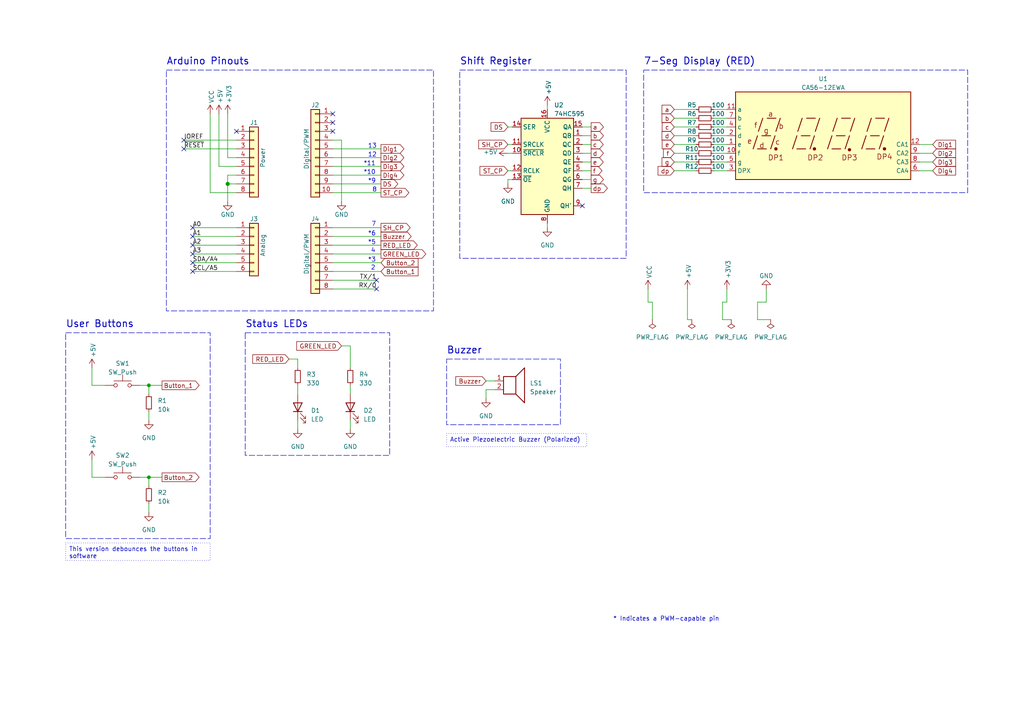
<source format=kicad_sch>
(kicad_sch (version 20230121) (generator eeschema)
  (paper "A4")
  (title_block (title "Arduino Uno Shield") (date "2023-03-22") (rev "1.0"))
  (lib_symbols
    (symbol "74xx:74HC595"
      (property "Reference" "U" (at -7.62 13.97 0))
      (property "Value" "74HC595" (at -7.62 -16.51 0))
      (symbol "74HC595_1_0"
        (pin tri_state line (at 10.16 7.62 180) (length 2.54) (name "QB") (number "1"))
        (pin input line (at -10.16 2.54 0) (length 2.54) (name "~{SRCLR}") (number "10"))
        (pin input line (at -10.16 5.08 0) (length 2.54) (name "SRCLK") (number "11"))
        (pin input line (at -10.16 -2.54 0) (length 2.54) (name "RCLK") (number "12"))
        (pin input line (at -10.16 -5.08 0) (length 2.54) (name "~{OE}") (number "13"))
        (pin input line (at -10.16 10.16 0) (length 2.54) (name "SER") (number "14"))
        (pin tri_state line (at 10.16 10.16 180) (length 2.54) (name "QA") (number "15"))
        (pin power_in line (at 0 15.24 270) (length 2.54) (name "VCC") (number "16"))
        (pin tri_state line (at 10.16 5.08 180) (length 2.54) (name "QC") (number "2"))
        (pin tri_state line (at 10.16 2.54 180) (length 2.54) (name "QD") (number "3"))
        (pin tri_state line (at 10.16 0 180) (length 2.54) (name "QE") (number "4"))
        (pin tri_state line (at 10.16 -2.54 180) (length 2.54) (name "QF") (number "5"))
        (pin tri_state line (at 10.16 -5.08 180) (length 2.54) (name "QG") (number "6"))
        (pin tri_state line (at 10.16 -7.62 180) (length 2.54) (name "QH") (number "7"))
        (pin power_in line (at 0 -17.78 90) (length 2.54) (name "GND") (number "8"))
        (pin output line (at 10.16 -12.7 180) (length 2.54) (name "QH'") (number "9"))
      )
      (symbol "74HC595_1_1"
        (rectangle (start -7.62 12.7) (end 7.62 -15.24) (stroke (width 0.254)) (fill (type background)))
      )
    )
    (symbol "Connector_Generic:Conn_01x06" (pin_names (offset 1.016) hide)
      (property "Reference" "J" (at 0 7.62 0))
      (property "Value" "Conn_01x06" (at 0 -10.16 0))
      (symbol "Conn_01x06_1_1"
        (rectangle (start -1.27 -7.493) (end 0 -7.747) (stroke (width 0.1524)))
        (rectangle (start -1.27 -4.953) (end 0 -5.207) (stroke (width 0.1524)))
        (rectangle (start -1.27 -2.413) (end 0 -2.667) (stroke (width 0.1524)))
        (rectangle (start -1.27 0.127) (end 0 -0.127) (stroke (width 0.1524)))
        (rectangle (start -1.27 2.667) (end 0 2.413) (stroke (width 0.1524)))
        (rectangle (start -1.27 5.207) (end 0 4.953) (stroke (width 0.1524)))
        (rectangle (start -1.27 6.35) (end 1.27 -8.89) (stroke (width 0.254)) (fill (type background)))
        (pin passive line (at -5.08 5.08 0) (length 3.81) (name "Pin_1") (number "1"))
        (pin passive line (at -5.08 2.54 0) (length 3.81) (name "Pin_2") (number "2"))
        (pin passive line (at -5.08 0 0) (length 3.81) (name "Pin_3") (number "3"))
        (pin passive line (at -5.08 -2.54 0) (length 3.81) (name "Pin_4") (number "4"))
        (pin passive line (at -5.08 -5.08 0) (length 3.81) (name "Pin_5") (number "5"))
        (pin passive line (at -5.08 -7.62 0) (length 3.81) (name "Pin_6") (number "6"))
      )
    )
    (symbol "Connector_Generic:Conn_01x08" (pin_names (offset 1.016) hide)
      (property "Reference" "J" (at 0 10.16 0))
      (property "Value" "Conn_01x08" (at 0 -12.7 0))
      (symbol "Conn_01x08_1_1"
        (rectangle (start -1.27 -10.033) (end 0 -10.287) (stroke (width 0.1524)))
        (rectangle (start -1.27 -7.493) (end 0 -7.747) (stroke (width 0.1524)))
        (rectangle (start -1.27 -4.953) (end 0 -5.207) (stroke (width 0.1524)))
        (rectangle (start -1.27 -2.413) (end 0 -2.667) (stroke (width 0.1524)))
        (rectangle (start -1.27 0.127) (end 0 -0.127) (stroke (width 0.1524)))
        (rectangle (start -1.27 2.667) (end 0 2.413) (stroke (width 0.1524)))
        (rectangle (start -1.27 5.207) (end 0 4.953) (stroke (width 0.1524)))
        (rectangle (start -1.27 7.747) (end 0 7.493) (stroke (width 0.1524)))
        (rectangle (start -1.27 8.89) (end 1.27 -11.43) (stroke (width 0.254)) (fill (type background)))
        (pin passive line (at -5.08 7.62 0) (length 3.81) (name "Pin_1") (number "1"))
        (pin passive line (at -5.08 5.08 0) (length 3.81) (name "Pin_2") (number "2"))
        (pin passive line (at -5.08 2.54 0) (length 3.81) (name "Pin_3") (number "3"))
        (pin passive line (at -5.08 0 0) (length 3.81) (name "Pin_4") (number "4"))
        (pin passive line (at -5.08 -2.54 0) (length 3.81) (name "Pin_5") (number "5"))
        (pin passive line (at -5.08 -5.08 0) (length 3.81) (name "Pin_6") (number "6"))
        (pin passive line (at -5.08 -7.62 0) (length 3.81) (name "Pin_7") (number "7"))
        (pin passive line (at -5.08 -10.16 0) (length 3.81) (name "Pin_8") (number "8"))
      )
    )
    (symbol "Connector_Generic:Conn_01x10" (pin_names (offset 1.016) hide)
      (property "Reference" "J" (at 0 12.7 0))
      (property "Value" "Conn_01x10" (at 0 -15.24 0))
      (symbol "Conn_01x10_1_1"
        (rectangle (start -1.27 -12.573) (end 0 -12.827) (stroke (width 0.1524)))
        (rectangle (start -1.27 -10.033) (end 0 -10.287) (stroke (width 0.1524)))
        (rectangle (start -1.27 -7.493) (end 0 -7.747) (stroke (width 0.1524)))
        (rectangle (start -1.27 -4.953) (end 0 -5.207) (stroke (width 0.1524)))
        (rectangle (start -1.27 -2.413) (end 0 -2.667) (stroke (width 0.1524)))
        (rectangle (start -1.27 0.127) (end 0 -0.127) (stroke (width 0.1524)))
        (rectangle (start -1.27 2.667) (end 0 2.413) (stroke (width 0.1524)))
        (rectangle (start -1.27 5.207) (end 0 4.953) (stroke (width 0.1524)))
        (rectangle (start -1.27 7.747) (end 0 7.493) (stroke (width 0.1524)))
        (rectangle (start -1.27 10.287) (end 0 10.033) (stroke (width 0.1524)))
        (rectangle (start -1.27 11.43) (end 1.27 -13.97) (stroke (width 0.254)) (fill (type background)))
        (pin passive line (at -5.08 10.16 0) (length 3.81) (name "Pin_1") (number "1"))
        (pin passive line (at -5.08 -12.7 0) (length 3.81) (name "Pin_10") (number "10"))
        (pin passive line (at -5.08 7.62 0) (length 3.81) (name "Pin_2") (number "2"))
        (pin passive line (at -5.08 5.08 0) (length 3.81) (name "Pin_3") (number "3"))
        (pin passive line (at -5.08 2.54 0) (length 3.81) (name "Pin_4") (number "4"))
        (pin passive line (at -5.08 0 0) (length 3.81) (name "Pin_5") (number "5"))
        (pin passive line (at -5.08 -2.54 0) (length 3.81) (name "Pin_6") (number "6"))
        (pin passive line (at -5.08 -5.08 0) (length 3.81) (name "Pin_7") (number "7"))
        (pin passive line (at -5.08 -7.62 0) (length 3.81) (name "Pin_8") (number "8"))
        (pin passive line (at -5.08 -10.16 0) (length 3.81) (name "Pin_9") (number "9"))
      )
    )
    (symbol "Device:LED" (pin_numbers hide) (pin_names (offset 1.016) hide)
      (property "Reference" "D" (at 0 2.54 0))
      (property "Value" "LED" (at 0 -2.54 0))
      (symbol "LED_0_1"
        (polyline (pts (xy -1.27 -1.27) (xy -1.27 1.27)) (stroke (width 0.254)))
        (polyline (pts (xy -1.27 0) (xy 1.27 0)))
        (polyline (pts (xy 1.27 -1.27) (xy 1.27 1.27) (xy -1.27 0) (xy 1.27 -1.27)) (stroke (width 0.254)))
        (polyline (pts (xy -3.048 -0.762) (xy -4.572 -2.286) (xy -3.81 -2.286) (xy -4.572 -2.286) (xy -4.572 -1.524)))
        (polyline (pts (xy -1.778 -0.762) (xy -3.302 -2.286) (xy -2.54 -2.286) (xy -3.302 -2.286) (xy -3.302 -1.524)))
      )
      (symbol "LED_1_1"
        (pin passive line (at -3.81 0 0) (length 2.54) (name "K") (number "1"))
        (pin passive line (at 3.81 0 180) (length 2.54) (name "A") (number "2"))
      )
    )
    (symbol "Device:R_Small" (pin_numbers hide) (pin_names (offset 0.254) hide)
      (property "Reference" "R" (at 0.762 0.508 0))
      (property "Value" "R_Small" (at 0.762 -1.016 0))
      (symbol "R_Small_0_1"
        (rectangle (start -0.762 1.778) (end 0.762 -1.778) (stroke (width 0.2032)))
      )
      (symbol "R_Small_1_1"
        (pin passive line (at 0 2.54 270) (length 0.762) (name "~") (number "1"))
        (pin passive line (at 0 -2.54 90) (length 0.762) (name "~") (number "2"))
      )
    )
    (symbol "Device:Speaker" (pin_names (offset 0) hide)
      (property "Reference" "LS" (at 1.27 5.715 0))
      (property "Value" "Speaker" (at 1.27 3.81 0))
      (symbol "Speaker_0_0"
        (rectangle (start -2.54 1.27) (end 1.016 -3.81) (stroke (width 0.254)))
        (polyline (pts (xy 1.016 1.27) (xy 3.556 3.81) (xy 3.556 -6.35) (xy 1.016 -3.81)) (stroke (width 0.254)))
      )
      (symbol "Speaker_1_1"
        (pin input line (at -5.08 0 0) (length 2.54) (name "1") (number "1"))
        (pin input line (at -5.08 -2.54 0) (length 2.54) (name "2") (number "2"))
      )
    )
    (symbol "Display_Character:CA56-12EWA"
      (property "Reference" "U" (at -24.13 13.97 0))
      (property "Value" "CA56-12EWA" (at 19.05 13.97 0))
      (symbol "CA56-12EWA_0_0"
        (rectangle (start -25.4 12.7) (end 25.4 -12.7) (stroke (width 0.254)) (fill (type background)))
        (polyline (pts (xy -20.32 -3.81) (xy -19.05 0)) (stroke (width 0.254)))
        (polyline (pts (xy -19.05 -3.81) (xy -16.51 -3.81)) (stroke (width 0.254)))
        (polyline (pts (xy -18.796 1.27) (xy -17.526 5.08)) (stroke (width 0.254)))
        (polyline (pts (xy -17.78 0) (xy -15.24 0)) (stroke (width 0.254)))
        (polyline (pts (xy -16.256 5.08) (xy -13.716 5.08)) (stroke (width 0.254)))
        (polyline (pts (xy -15.24 -3.81) (xy -13.97 0)) (stroke (width 0.254)))
        (polyline (pts (xy -13.716 1.27) (xy -12.446 5.08)) (stroke (width 0.254)))
        (polyline (pts (xy -8.89 -3.81) (xy -7.62 0)) (stroke (width 0.254)))
        (polyline (pts (xy -7.62 -3.81) (xy -5.08 -3.81)) (stroke (width 0.254)))
        (polyline (pts (xy -7.366 1.27) (xy -6.096 5.08)) (stroke (width 0.254)))
        (polyline (pts (xy -6.35 0) (xy -3.81 0)) (stroke (width 0.254)))
        (polyline (pts (xy -4.826 5.08) (xy -2.286 5.08)) (stroke (width 0.254)))
        (polyline (pts (xy -3.81 -3.81) (xy -2.54 0)) (stroke (width 0.254)))
        (polyline (pts (xy -2.286 1.27) (xy -1.016 5.08)) (stroke (width 0.254)))
        (polyline (pts (xy 1.27 -3.81) (xy 2.54 0)) (stroke (width 0.254)))
        (polyline (pts (xy 2.54 -3.81) (xy 5.08 -3.81)) (stroke (width 0.254)))
        (polyline (pts (xy 2.794 1.27) (xy 4.064 5.08)) (stroke (width 0.254)))
        (polyline (pts (xy 3.81 0) (xy 6.35 0)) (stroke (width 0.254)))
        (polyline (pts (xy 5.334 5.08) (xy 7.874 5.08)) (stroke (width 0.254)))
        (polyline (pts (xy 6.35 -3.81) (xy 7.62 0)) (stroke (width 0.254)))
        (polyline (pts (xy 7.874 1.27) (xy 9.144 5.08)) (stroke (width 0.254)))
        (polyline (pts (xy 11.176 -3.81) (xy 12.446 0)) (stroke (width 0.254)))
        (polyline (pts (xy 12.446 -3.81) (xy 14.986 -3.81)) (stroke (width 0.254)))
        (polyline (pts (xy 12.7 1.27) (xy 13.97 5.08)) (stroke (width 0.254)))
        (polyline (pts (xy 13.716 0) (xy 16.256 0)) (stroke (width 0.254)))
        (polyline (pts (xy 15.24 5.08) (xy 17.78 5.08)) (stroke (width 0.254)))
        (polyline (pts (xy 16.256 -3.81) (xy 17.526 0)) (stroke (width 0.254)))
        (polyline (pts (xy 17.78 1.27) (xy 19.05 5.08)) (stroke (width 0.254)))
        (text "a" (at -15.24 6.35 0) (effects (font (size 1.524 1.524))))
        (text "b" (at -12.192 2.794 0) (effects (font (size 1.524 1.524))))
        (text "c" (at -13.208 -1.778 0) (effects (font (size 1.524 1.524))))
        (text "d" (at -17.78 -2.794 0) (effects (font (size 1.524 1.524))))
        (text "DP1" (at -13.716 -6.35 0) (effects (font (size 1.524 1.524))))
        (text "DP2" (at -2.286 -6.35 0) (effects (font (size 1.524 1.524))))
        (text "DP3" (at 7.62 -6.35 0) (effects (font (size 1.524 1.524))))
        (text "DP4" (at 17.78 -6.096 0) (effects (font (size 1.524 1.524))))
        (text "e" (at -21.336 -1.524 0) (effects (font (size 1.524 1.524))))
        (text "f" (at -19.558 3.048 0) (effects (font (size 1.524 1.524))))
        (text "g" (at -16.51 1.524 0) (effects (font (size 1.524 1.524))))
      )
      (symbol "CA56-12EWA_0_1"
        (circle (center -13.716 -3.81) (radius 0.3556) (stroke (width 0.254)) (fill (type outline)))
        (circle (center -2.54 -3.81) (radius 0.3556) (stroke (width 0.254)) (fill (type outline)))
      )
      (symbol "CA56-12EWA_1_0"
        (circle (center 7.62 -4.064) (radius 0.3556) (stroke (width 0.254)) (fill (type outline)))
        (circle (center 17.78 -3.81) (radius 0.3556) (stroke (width 0.254)) (fill (type outline)))
      )
      (symbol "CA56-12EWA_1_1"
        (pin input line (at -27.94 -2.54 0) (length 2.54) (name "e") (number "1"))
        (pin input line (at -27.94 -5.08 0) (length 2.54) (name "f") (number "10"))
        (pin input line (at -27.94 7.62 0) (length 2.54) (name "a") (number "11"))
        (pin input line (at 27.94 -2.54 180) (length 2.54) (name "CA1") (number "12"))
        (pin input line (at -27.94 0 0) (length 2.54) (name "d") (number "2"))
        (pin input line (at -27.94 -10.16 0) (length 2.54) (name "DPX") (number "3"))
        (pin input line (at -27.94 2.54 0) (length 2.54) (name "c") (number "4"))
        (pin input line (at -27.94 -7.62 0) (length 2.54) (name "g") (number "5"))
        (pin input line (at 27.94 -10.16 180) (length 2.54) (name "CA4") (number "6"))
        (pin input line (at -27.94 5.08 0) (length 2.54) (name "b") (number "7"))
        (pin input line (at 27.94 -7.62 180) (length 2.54) (name "CA3") (number "8"))
        (pin input line (at 27.94 -5.08 180) (length 2.54) (name "CA2") (number "9"))
      )
    )
    (symbol "GND_1" (power) (pin_names (offset 0))
      (property "Value" "GND_1" (at 0 -3.81 0))
      (symbol "GND_1_0_1"
        (polyline (pts (xy 0 0) (xy 0 -1.27) (xy 1.27 -1.27) (xy 0 -2.54) (xy -1.27 -1.27) (xy 0 -1.27)))
      )
      (symbol "GND_1_1_1"
        (pin power_in line (at 0 0 270) (length 0) hide (name "GND") (number "1"))
      )
    )
    (symbol "GND_2" (power) (pin_names (offset 0))
      (property "Value" "GND_2" (at 0 -3.81 0))
      (symbol "GND_2_0_1"
        (polyline (pts (xy 0 0) (xy 0 -1.27) (xy 1.27 -1.27) (xy 0 -2.54) (xy -1.27 -1.27) (xy 0 -1.27)))
      )
      (symbol "GND_2_1_1"
        (pin power_in line (at 0 0 270) (length 0) hide (name "GND") (number "1"))
      )
    )
    (symbol "GND_3" (power) (pin_names (offset 0))
      (property "Value" "GND_3" (at 0 -3.81 0))
      (symbol "GND_3_0_1"
        (polyline (pts (xy 0 0) (xy 0 -1.27) (xy 1.27 -1.27) (xy 0 -2.54) (xy -1.27 -1.27) (xy 0 -1.27)))
      )
      (symbol "GND_3_1_1"
        (pin power_in line (at 0 0 270) (length 0) hide (name "GND") (number "1"))
      )
    )
    (symbol "Switch:SW_Push" (pin_numbers hide) (pin_names (offset 1.016) hide)
      (property "Reference" "SW" (at 1.27 2.54 0))
      (property "Value" "SW_Push" (at 0 -1.524 0))
      (symbol "SW_Push_0_1"
        (circle (center -2.032 0) (radius 0.508))
        (polyline (pts (xy 0 1.27) (xy 0 3.048)))
        (polyline (pts (xy 2.54 1.27) (xy -2.54 1.27)))
        (circle (center 2.032 0) (radius 0.508))
        (pin passive line (at -5.08 0 0) (length 2.54) (name "1") (number "1"))
        (pin passive line (at 5.08 0 180) (length 2.54) (name "2") (number "2"))
      )
    )
    (symbol "power:+3V3" (power) (pin_names (offset 0))
      (property "Value" "+3V3" (at 0 3.556 0))
      (symbol "+3V3_0_1"
        (polyline (pts (xy -0.762 1.27) (xy 0 2.54)))
        (polyline (pts (xy 0 0) (xy 0 2.54)))
        (polyline (pts (xy 0 2.54) (xy 0.762 1.27)))
      )
      (symbol "+3V3_1_1"
        (pin power_in line (at 0 0 90) (length 0) hide (name "+3V3") (number "1"))
      )
    )
    (symbol "power:+5V" (power) (pin_names (offset 0))
      (property "Value" "+5V" (at 0 3.556 0))
      (symbol "+5V_0_1"
        (polyline (pts (xy -0.762 1.27) (xy 0 2.54)))
        (polyline (pts (xy 0 0) (xy 0 2.54)))
        (polyline (pts (xy 0 2.54) (xy 0.762 1.27)))
      )
      (symbol "+5V_1_1"
        (pin power_in line (at 0 0 90) (length 0) hide (name "+5V") (number "1"))
      )
    )
    (symbol "power:GND" (power) (pin_names (offset 0))
      (property "Value" "GND" (at 0 -3.81 0))
      (symbol "GND_0_1"
        (polyline (pts (xy 0 0) (xy 0 -1.27) (xy 1.27 -1.27) (xy 0 -2.54) (xy -1.27 -1.27) (xy 0 -1.27)))
      )
      (symbol "GND_1_1"
        (pin power_in line (at 0 0 270) (length 0) hide (name "GND") (number "1"))
      )
    )
    (symbol "power:PWR_FLAG" (power) (pin_numbers hide) (pin_names (offset 0) hide)
      (property "Value" "PWR_FLAG" (at 0 3.81 0))
      (symbol "PWR_FLAG_0_0"
        (pin power_out line (at 0 0 90) (length 0) (name "pwr") (number "1"))
      )
      (symbol "PWR_FLAG_0_1"
        (polyline (pts (xy 0 0) (xy 0 1.27) (xy -1.016 1.905) (xy 0 2.54) (xy 1.016 1.905) (xy 0 1.27)))
      )
    )
    (symbol "power:VCC" (power) (pin_names (offset 0))
      (property "Value" "VCC" (at 0 3.81 0))
      (symbol "VCC_0_1"
        (polyline (pts (xy -0.762 1.27) (xy 0 2.54)))
        (polyline (pts (xy 0 0) (xy 0 2.54)))
        (polyline (pts (xy 0 2.54) (xy 0.762 1.27)))
      )
      (symbol "VCC_1_1"
        (pin power_in line (at 0 0 90) (length 0) hide (name "VCC") (number "1"))
      )
    )
  )
  (junction (at 66.04 53.34) (diameter 1.016))
  (junction (at 43.18 138.43))
  (junction (at 43.18 111.76))
  (no_connect (at 55.88 71.12))
  (no_connect (at 53.34 43.18))
  (no_connect (at 109.22 81.28))
  (no_connect (at 109.22 83.82))
  (no_connect (at 96.52 35.56))
  (no_connect (at 55.88 66.04))
  (no_connect (at 55.88 78.74))
  (no_connect (at 55.88 68.58))
  (no_connect (at 53.34 40.64))
  (no_connect (at 168.91 59.69))
  (no_connect (at 68.58 38.1))
  (no_connect (at 55.88 73.66))
  (no_connect (at 96.52 33.02))
  (no_connect (at 55.88 76.2))
  (no_connect (at 96.52 38.1))
  (wire (pts (xy 96.52 83.82) (xy 109.22 83.82)))
  (wire (pts (xy 187.96 83.82) (xy 187.96 87.63)))
  (wire (pts (xy 158.75 64.77) (xy 158.75 66.04)))
  (wire (pts (xy 96.52 50.8) (xy 110.49 50.8)))
  (wire (pts (xy 43.18 138.43) (xy 43.18 140.97)))
  (wire (pts (xy 207.01 36.83) (xy 210.82 36.83)))
  (wire (pts (xy 222.25 83.82) (xy 222.25 87.63)))
  (wire (pts (xy 66.04 50.8) (xy 66.04 53.34)))
  (wire (pts (xy 140.97 113.03) (xy 140.97 115.57)))
  (wire (pts (xy 219.71 92.71) (xy 223.52 92.71)))
  (wire (pts (xy 55.88 78.74) (xy 68.58 78.74)))
  (wire (pts (xy 168.91 36.83) (xy 171.45 36.83)))
  (wire (pts (xy 43.18 138.43) (xy 46.99 138.43)))
  (wire (pts (xy 30.48 111.76) (xy 26.67 111.76)))
  (wire (pts (xy 209.55 87.63) (xy 209.55 92.71)))
  (wire (pts (xy 43.18 111.76) (xy 43.18 114.3)))
  (wire (pts (xy 187.96 87.63) (xy 189.23 87.63)))
  (wire (pts (xy 66.04 53.34) (xy 66.04 58.42)))
  (wire (pts (xy 86.36 111.76) (xy 86.36 114.3)))
  (wire (pts (xy 66.04 45.72) (xy 68.58 45.72)))
  (wire (pts (xy 63.5 48.26) (xy 68.58 48.26)))
  (wire (pts (xy 147.32 41.91) (xy 148.59 41.91)))
  (wire (pts (xy 63.5 33.02) (xy 63.5 48.26)))
  (wire (pts (xy 199.39 83.82) (xy 199.39 92.71)))
  (wire (pts (xy 96.52 43.18) (xy 110.49 43.18)))
  (wire (pts (xy 66.04 33.02) (xy 66.04 45.72)))
  (wire (pts (xy 96.52 66.04) (xy 110.49 66.04)))
  (wire (pts (xy 195.58 36.83) (xy 201.93 36.83)))
  (wire (pts (xy 140.97 110.49) (xy 143.51 110.49)))
  (wire (pts (xy 68.58 66.04) (xy 55.88 66.04)))
  (wire (pts (xy 266.7 44.45) (xy 270.51 44.45)))
  (wire (pts (xy 96.52 45.72) (xy 110.49 45.72)))
  (wire (pts (xy 101.6 100.33) (xy 101.6 106.68)))
  (wire (pts (xy 96.52 68.58) (xy 110.49 68.58)))
  (wire (pts (xy 210.82 83.82) (xy 210.82 87.63)))
  (wire (pts (xy 210.82 87.63) (xy 209.55 87.63)))
  (wire (pts (xy 195.58 34.29) (xy 201.93 34.29)))
  (wire (pts (xy 148.59 52.07) (xy 147.32 52.07)))
  (wire (pts (xy 101.6 111.76) (xy 101.6 114.3)))
  (wire (pts (xy 195.58 41.91) (xy 201.93 41.91)))
  (wire (pts (xy 158.75 30.48) (xy 158.75 31.75)))
  (wire (pts (xy 96.52 53.34) (xy 110.49 53.34)))
  (wire (pts (xy 99.06 100.33) (xy 101.6 100.33)))
  (wire (pts (xy 96.52 73.66) (xy 110.49 73.66)))
  (wire (pts (xy 209.55 92.71) (xy 212.09 92.71)))
  (wire (pts (xy 195.58 44.45) (xy 201.93 44.45)))
  (wire (pts (xy 53.34 40.64) (xy 68.58 40.64)))
  (wire (pts (xy 147.32 36.83) (xy 148.59 36.83)))
  (wire (pts (xy 207.01 31.75) (xy 210.82 31.75)))
  (wire (pts (xy 43.18 111.76) (xy 46.99 111.76)))
  (wire (pts (xy 101.6 121.92) (xy 101.6 124.46)))
  (wire (pts (xy 168.91 49.53) (xy 171.45 49.53)))
  (wire (pts (xy 266.7 46.99) (xy 270.51 46.99)))
  (wire (pts (xy 99.06 40.64) (xy 99.06 58.42)))
  (wire (pts (xy 147.32 44.45) (xy 148.59 44.45)))
  (wire (pts (xy 207.01 39.37) (xy 210.82 39.37)))
  (wire (pts (xy 40.64 111.76) (xy 43.18 111.76)))
  (wire (pts (xy 68.58 71.12) (xy 55.88 71.12)))
  (wire (pts (xy 53.34 43.18) (xy 68.58 43.18)))
  (wire (pts (xy 68.58 53.34) (xy 66.04 53.34)))
  (wire (pts (xy 195.58 49.53) (xy 201.93 49.53)))
  (wire (pts (xy 143.51 113.03) (xy 140.97 113.03)))
  (wire (pts (xy 68.58 55.88) (xy 60.96 55.88)))
  (wire (pts (xy 189.23 87.63) (xy 189.23 92.71)))
  (wire (pts (xy 55.88 68.58) (xy 68.58 68.58)))
  (wire (pts (xy 147.32 52.07) (xy 147.32 53.34)))
  (wire (pts (xy 207.01 46.99) (xy 210.82 46.99)))
  (wire (pts (xy 168.91 41.91) (xy 171.45 41.91)))
  (wire (pts (xy 207.01 34.29) (xy 210.82 34.29)))
  (wire (pts (xy 195.58 39.37) (xy 201.93 39.37)))
  (wire (pts (xy 207.01 44.45) (xy 210.82 44.45)))
  (wire (pts (xy 96.52 40.64) (xy 99.06 40.64)))
  (wire (pts (xy 68.58 50.8) (xy 66.04 50.8)))
  (wire (pts (xy 43.18 119.38) (xy 43.18 121.92)))
  (wire (pts (xy 168.91 44.45) (xy 171.45 44.45)))
  (wire (pts (xy 96.52 48.26) (xy 110.49 48.26)))
  (wire (pts (xy 266.7 49.53) (xy 270.51 49.53)))
  (wire (pts (xy 168.91 46.99) (xy 171.45 46.99)))
  (wire (pts (xy 199.39 92.71) (xy 200.66 92.71)))
  (wire (pts (xy 26.67 111.76) (xy 26.67 106.68)))
  (wire (pts (xy 168.91 39.37) (xy 171.45 39.37)))
  (wire (pts (xy 96.52 71.12) (xy 110.49 71.12)))
  (wire (pts (xy 43.18 146.05) (xy 43.18 148.59)))
  (wire (pts (xy 55.88 73.66) (xy 68.58 73.66)))
  (wire (pts (xy 195.58 31.75) (xy 201.93 31.75)))
  (wire (pts (xy 195.58 46.99) (xy 201.93 46.99)))
  (wire (pts (xy 86.36 104.14) (xy 86.36 106.68)))
  (wire (pts (xy 222.25 87.63) (xy 219.71 87.63)))
  (wire (pts (xy 86.36 121.92) (xy 86.36 124.46)))
  (wire (pts (xy 26.67 138.43) (xy 26.67 133.35)))
  (wire (pts (xy 96.52 78.74) (xy 110.49 78.74)))
  (wire (pts (xy 207.01 41.91) (xy 210.82 41.91)))
  (wire (pts (xy 96.52 76.2) (xy 110.49 76.2)))
  (wire (pts (xy 168.91 54.61) (xy 171.45 54.61)))
  (wire (pts (xy 266.7 41.91) (xy 270.51 41.91)))
  (wire (pts (xy 30.48 138.43) (xy 26.67 138.43)))
  (wire (pts (xy 147.32 49.53) (xy 148.59 49.53)))
  (wire (pts (xy 40.64 138.43) (xy 43.18 138.43)))
  (wire (pts (xy 96.52 81.28) (xy 109.22 81.28)))
  (wire (pts (xy 60.96 55.88) (xy 60.96 33.02)))
  (wire (pts (xy 83.82 104.14) (xy 86.36 104.14)))
  (wire (pts (xy 219.71 87.63) (xy 219.71 92.71)))
  (wire (pts (xy 68.58 76.2) (xy 55.88 76.2)))
  (wire (pts (xy 168.91 52.07) (xy 171.45 52.07)))
  (wire (pts (xy 96.52 55.88) (xy 110.49 55.88)))
  (wire (pts (xy 207.01 49.53) (xy 210.82 49.53)))
  (rectangle (start 71.12 96.52) (end 113.03 132.08) (stroke (width 0) (type dash)))
  (rectangle (start 129.54 104.14) (end 162.56 123.19) (stroke (width 0) (type dash)))
  (rectangle (start 48.26 20.32) (end 125.73 90.17) (stroke (width 0) (type dash)))
  (rectangle (start 19.05 96.52) (end 60.96 156.21) (stroke (width 0) (type dash)))
  (rectangle (start 133.35 20.32) (end 181.61 74.93) (stroke (width 0) (type dash)))
  (rectangle (start 186.69 20.32) (end 280.67 55.88) (stroke (width 0) (type dash)))
  (text_box "Active Piezoelectric Buzzer (Polarized)" (at 129.54 125.73 0) (size 40.64 3.81) (stroke (width 0) (type dot)) (effects (font (size 1.27 1.27)) (justify left top)))
  (text_box "This version debounces the buttons in software" (at 19.05 157.48 0) (size 41.91 5.08) (stroke (width 0) (type dot)) (effects (font (size 1.27 1.27)) (justify left top)))
  (text "Shift Register" (at 133.35 19.05 0) (effects (font (size 2 2) (thickness 0.254) bold) (justify left bottom)))
  (text "*10\n" (at 105.41 50.8 0) (effects (font (size 1.27 1.27)) (justify left bottom)))
  (text "*5\n" (at 106.68 71.12 0) (effects (font (size 1.27 1.27)) (justify left bottom)))
  (text "2" (at 107.5197 78.5097 0) (effects (font (size 1.27 1.27)) (justify left bottom)))
  (text "8\n" (at 107.95 55.88 0) (effects (font (size 1.27 1.27)) (justify left bottom)))
  (text "*6" (at 106.68 68.58 0) (effects (font (size 1.27 1.27)) (justify left bottom)))
  (text "12\n" (at 106.68 45.72 0) (effects (font (size 1.27 1.27)) (justify left bottom)))
  (text "*3" (at 106.68 76.2 0) (effects (font (size 1.27 1.27)) (justify left bottom)))
  (text "13\n" (at 106.68 43.18 0) (effects (font (size 1.27 1.27)) (justify left bottom)))
  (text "7" (at 107.7116 65.8176 0) (effects (font (size 1.27 1.27)) (justify left bottom)))
  (text "Status LEDs" (at 71.12 95.25 0) (effects (font (size 2 2) (thickness 0.254) bold) (justify left bottom)))
  (text "Arduino Pinouts" (at 48.26 19.05 0) (effects (font (size 2 2) (thickness 0.254) bold) (justify left bottom)))
  (text "User Buttons" (at 19.05 95.25 0) (effects (font (size 2 2) (thickness 0.254) bold) (justify left bottom)))
  (text "Buzzer" (at 129.54 102.87 0) (effects (font (size 2 2) (thickness 0.254) bold) (justify left bottom)))
  (text "* Indicates a PWM-capable pin" (at 177.8 180.34 0) (effects (font (size 1.27 1.27)) (justify left bottom)))
  (text "7-Seg Display (RED)" (at 186.69 19.05 0) (effects (font (size 2 2) (thickness 0.254) bold) (justify left bottom)))
  (text "4" (at 107.5437 73.5192 0) (effects (font (size 1.27 1.27)) (justify left bottom)))
  (text "*11" (at 105.41 48.26 0) (effects (font (size 1.27 1.27)) (justify left bottom)))
  (text "*9\n" (at 106.68 53.34 0) (effects (font (size 1.27 1.27)) (justify left bottom)))
  (label "RX{slash}0" (at 109.22 83.82 180))
  (label "A2" (at 55.88 71.12 0))
  (label "A3" (at 55.88 73.66 0))
  (label "~{RESET}" (at 53.34 43.18 0))
  (label "A1" (at 55.88 68.58 0))
  (label "TX{slash}1" (at 109.22 81.28 180))
  (label "A0" (at 55.88 66.04 0))
  (label "IOREF" (at 53.34 40.64 0))
  (label "SDA{slash}A4" (at 55.88 76.2 0))
  (label "SCL{slash}A5" (at 55.88 78.74 0))
  (global_label "e" (shape output) (at 171.45 46.99 0) (property "Intersheetrefs" "${INTERSHEET_REFS}" (effects hide)))
  (global_label "Button_1" (shape output) (at 46.99 111.76 0) (property "Intersheetrefs" "${INTERSHEET_REFS}" (effects hide)))
  (global_label "Button_1" (shape input) (at 110.49 78.74 0) (property "Intersheetrefs" "${INTERSHEET_REFS}" (effects hide)))
  (global_label "g" (shape output) (at 171.45 52.07 0) (property "Intersheetrefs" "${INTERSHEET_REFS}" (effects hide)))
  (global_label "dp" (shape output) (at 171.45 54.61 0) (property "Intersheetrefs" "${INTERSHEET_REFS}" (effects hide)))
  (global_label "ST_CP" (shape output) (at 110.49 55.88 0) (property "Intersheetrefs" "${INTERSHEET_REFS}" (effects hide)))
  (global_label "b" (shape input) (at 195.58 34.29 180) (property "Intersheetrefs" "${INTERSHEET_REFS}" (effects hide)))
  (global_label "f" (shape output) (at 171.45 49.53 0) (property "Intersheetrefs" "${INTERSHEET_REFS}" (effects hide)))
  (global_label "ST_CP" (shape input) (at 147.32 49.53 180) (property "Intersheetrefs" "${INTERSHEET_REFS}" (effects hide)))
  (global_label "d" (shape input) (at 195.58 39.37 180) (property "Intersheetrefs" "${INTERSHEET_REFS}" (effects hide)))
  (global_label "a" (shape input) (at 195.58 31.75 180) (property "Intersheetrefs" "${INTERSHEET_REFS}" (effects hide)))
  (global_label "c" (shape output) (at 171.45 41.91 0) (property "Intersheetrefs" "${INTERSHEET_REFS}" (effects hide)))
  (global_label "Dig1" (shape output) (at 110.49 43.18 0) (property "Intersheetrefs" "${INTERSHEET_REFS}" (effects hide)))
  (global_label "Buzzer" (shape output) (at 110.49 68.58 0) (property "Intersheetrefs" "${INTERSHEET_REFS}" (effects hide)))
  (global_label "g" (shape input) (at 195.58 46.99 180) (property "Intersheetrefs" "${INTERSHEET_REFS}" (effects hide)))
  (global_label "Button_2" (shape input) (at 110.49 76.2 0) (property "Intersheetrefs" "${INTERSHEET_REFS}" (effects hide)))
  (global_label "Dig1" (shape input) (at 270.51 41.91 0) (property "Intersheetrefs" "${INTERSHEET_REFS}" (effects hide)))
  (global_label "Dig4" (shape output) (at 110.49 50.8 0) (property "Intersheetrefs" "${INTERSHEET_REFS}" (effects hide)))
  (global_label "GREEN_LED" (shape input) (at 99.06 100.33 180) (property "Intersheetrefs" "${INTERSHEET_REFS}" (effects hide)))
  (global_label "a" (shape output) (at 171.45 36.83 0) (property "Intersheetrefs" "${INTERSHEET_REFS}" (effects hide)))
  (global_label "SH_CP" (shape output) (at 110.49 66.04 0) (property "Intersheetrefs" "${INTERSHEET_REFS}" (effects hide)))
  (global_label "Dig2" (shape input) (at 270.51 44.45 0) (property "Intersheetrefs" "${INTERSHEET_REFS}" (effects hide)))
  (global_label "Dig3" (shape output) (at 110.49 48.26 0) (property "Intersheetrefs" "${INTERSHEET_REFS}" (effects hide)))
  (global_label "DS" (shape input) (at 147.32 36.83 180) (property "Intersheetrefs" "${INTERSHEET_REFS}" (effects hide)))
  (global_label "SH_CP" (shape input) (at 147.32 41.91 180) (property "Intersheetrefs" "${INTERSHEET_REFS}" (effects hide)))
  (global_label "Button_2" (shape output) (at 46.99 138.43 0) (property "Intersheetrefs" "${INTERSHEET_REFS}" (effects hide)))
  (global_label "Dig4" (shape input) (at 270.51 49.53 0) (property "Intersheetrefs" "${INTERSHEET_REFS}" (effects hide)))
  (global_label "c" (shape input) (at 195.58 36.83 180) (property "Intersheetrefs" "${INTERSHEET_REFS}" (effects hide)))
  (global_label "Dig2" (shape output) (at 110.49 45.72 0) (property "Intersheetrefs" "${INTERSHEET_REFS}" (effects hide)))
  (global_label "dp" (shape input) (at 195.58 49.53 180) (property "Intersheetrefs" "${INTERSHEET_REFS}" (effects hide)))
  (global_label "Dig3" (shape input) (at 270.51 46.99 0) (property "Intersheetrefs" "${INTERSHEET_REFS}" (effects hide)))
  (global_label "Buzzer" (shape input) (at 140.97 110.49 180) (property "Intersheetrefs" "${INTERSHEET_REFS}" (effects hide)))
  (global_label "RED_LED" (shape output) (at 110.49 71.12 0) (property "Intersheetrefs" "${INTERSHEET_REFS}" (effects hide)))
  (global_label "d" (shape output) (at 171.45 44.45 0) (property "Intersheetrefs" "${INTERSHEET_REFS}" (effects hide)))
  (global_label "e" (shape input) (at 195.58 41.91 180) (property "Intersheetrefs" "${INTERSHEET_REFS}" (effects hide)))
  (global_label "DS" (shape output) (at 110.49 53.34 0) (property "Intersheetrefs" "${INTERSHEET_REFS}" (effects hide)))
  (global_label "GREEN_LED" (shape output) (at 110.49 73.66 0) (property "Intersheetrefs" "${INTERSHEET_REFS}" (effects hide)))
  (global_label "f" (shape input) (at 195.58 44.45 180) (property "Intersheetrefs" "${INTERSHEET_REFS}" (effects hide)))
  (global_label "b" (shape output) (at 171.45 39.37 0) (property "Intersheetrefs" "${INTERSHEET_REFS}" (effects hide)))
  (global_label "RED_LED" (shape input) (at 83.82 104.14 180) (property "Intersheetrefs" "${INTERSHEET_REFS}" (effects hide)))
  (symbol (lib_id "Connector_Generic:Conn_01x08") (at 73.66 45.72 0) (unit 1)
    (property "Reference" "J1" (at 73.66 35.56 0))
    (property "Value" "Power" (at 76.2 45.72 90))
    (property "Footprint" "Connector_PinSocket_2.54mm:PinSocket_1x08_P2.54mm_Vertical" (effects hide))
  )
  (symbol (lib_id "power:+3V3") (at 66.04 33.02 0) (unit 1)
    (property "Reference" "#PWR03" (effects hide))
    (property "Value" "+3.3V" (at 66.421 29.972 90) (effects (justify left)))
  )
  (symbol (lib_id "power:+5V") (at 63.5 33.02 0) (unit 1)
    (property "Reference" "#PWR02" (effects hide))
    (property "Value" "+5V" (at 63.8556 29.972 90) (effects (justify left)))
  )
  (symbol (lib_id "power:GND") (at 66.04 58.42 0) (unit 1)
    (property "Reference" "#PWR04" (effects hide))
    (property "Value" "GND" (at 66.04 62.23 0))
  )
  (symbol (lib_id "Connector_Generic:Conn_01x10") (at 91.44 43.18 0) (mirror y) (unit 1)
    (property "Reference" "J2" (at 91.44 30.48 0))
    (property "Value" "Digital/PWM" (at 88.9 43.18 90))
    (property "Footprint" "Connector_PinSocket_2.54mm:PinSocket_1x10_P2.54mm_Vertical" (effects hide))
  )
  (symbol (lib_id "power:GND") (at 99.06 58.42 0) (unit 1)
    (property "Reference" "#PWR05" (effects hide))
    (property "Value" "GND" (at 99.06 62.23 0))
  )
  (symbol (lib_id "Connector_Generic:Conn_01x06") (at 73.66 71.12 0) (unit 1)
    (property "Reference" "J3" (at 73.66 63.5 0))
    (property "Value" "Analog" (at 76.2 71.12 90))
    (property "Footprint" "Connector_PinSocket_2.54mm:PinSocket_1x06_P2.54mm_Vertical" (effects hide))
  )
  (symbol (lib_id "Connector_Generic:Conn_01x08") (at 91.44 73.66 0) (mirror y) (unit 1)
    (property "Reference" "J4" (at 91.44 63.5 0))
    (property "Value" "Digital/PWM" (at 88.9 73.66 90))
    (property "Footprint" "Connector_PinSocket_2.54mm:PinSocket_1x08_P2.54mm_Vertical" (effects hide))
  )
  (symbol (lib_id "power:+5V") (at 26.67 133.35 0) (unit 1)
    (property "Reference" "#PWR014" (effects hide))
    (property "Value" "+5V" (at 27.0256 130.302 90) (effects (justify left)))
  )
  (symbol (lib_id "74xx:74HC595") (at 158.75 46.99 0) (unit 1)
    (property "Reference" "U2" (at 160.7059 30.48 0) (effects (justify left)))
    (property "Value" "74HC595" (at 160.7059 33.02 0) (effects (justify left)))
    (property "Footprint" "Package_DIP:DIP-16_W7.62mm_Socket_LongPads" (effects hide))
    (property "Datasheet" "http://www.ti.com/lit/ds/symlink/sn74hc595.pdf" (effects hide))
  )
  (symbol (lib_id "power:PWR_FLAG") (at 189.23 92.71 180) (unit 1)
    (property "Reference" "#FLG01" (effects hide))
    (property "Value" "PWR_FLAG" (at 189.23 97.79 0))
  )
  (symbol (lib_id "Device:LED") (at 86.36 118.11 90) (unit 1)
    (property "Reference" "D1" (at 90.17 119.0625 90) (effects (justify right)))
    (property "Value" "LED" (at 90.17 121.6025 90) (effects (justify right)))
    (property "Footprint" "LED_THT:LED_D5.0mm" (effects hide))
  )
  (symbol (lib_id "power:PWR_FLAG") (at 200.66 92.71 180) (unit 1)
    (property "Reference" "#FLG02" (effects hide))
    (property "Value" "PWR_FLAG" (at 200.66 97.79 0))
  )
  (symbol (lib_id "Device:R_Small") (at 204.47 39.37 90) (unit 1)
    (property "Reference" "R8" (at 200.66 38.1 90))
    (property "Value" "100" (at 208.28 38.1 90))
    (property "Footprint" "Resistor_THT:R_Axial_DIN0207_L6.3mm_D2.5mm_P10.16mm_Horizontal" (effects hide))
  )
  (symbol (lib_id "power:+5V") (at 158.75 30.48 0) (unit 1)
    (property "Reference" "#PWR07" (effects hide))
    (property "Value" "+5V" (at 159.1056 27.432 90) (effects (justify left)))
  )
  (symbol (lib_id "Device:R_Small") (at 43.18 116.84 0) (unit 1)
    (property "Reference" "R1" (at 45.72 116.205 0) (effects (justify left)))
    (property "Value" "10k" (at 45.72 118.745 0) (effects (justify left)))
    (property "Footprint" "Resistor_THT:R_Axial_DIN0207_L6.3mm_D2.5mm_P10.16mm_Horizontal" (effects hide))
  )
  (symbol (lib_id "Device:R_Small") (at 43.18 143.51 0) (unit 1)
    (property "Reference" "R2" (at 45.72 142.875 0) (effects (justify left)))
    (property "Value" "10k" (at 45.72 145.415 0) (effects (justify left)))
    (property "Footprint" "Resistor_THT:R_Axial_DIN0207_L6.3mm_D2.5mm_P10.16mm_Horizontal" (effects hide))
  )
  (symbol (lib_id "power:+5V") (at 199.39 83.82 0) (unit 1)
    (property "Reference" "#PWR018" (effects hide))
    (property "Value" "+5V" (at 199.7456 80.772 90) (effects (justify left)))
  )
  (symbol (lib_id "Device:R_Small") (at 204.47 36.83 90) (unit 1)
    (property "Reference" "R7" (at 200.66 35.56 90))
    (property "Value" "100" (at 208.28 35.56 90))
    (property "Footprint" "Resistor_THT:R_Axial_DIN0207_L6.3mm_D2.5mm_P10.16mm_Horizontal" (effects hide))
  )
  (symbol (lib_id "power:VCC") (at 60.96 33.02 0) (unit 1)
    (property "Reference" "#PWR01" (effects hide))
    (property "Value" "VCC" (at 61.341 29.972 90) (effects (justify left)))
  )
  (symbol (lib_id "Device:LED") (at 101.6 118.11 90) (unit 1)
    (property "Reference" "D2" (at 105.41 119.0625 90) (effects (justify right)))
    (property "Value" "LED" (at 105.41 121.6025 90) (effects (justify right)))
    (property "Footprint" "LED_THT:LED_D5.0mm" (effects hide))
  )
  (symbol (lib_id "power:VCC") (at 187.96 83.82 0) (unit 1)
    (property "Reference" "#PWR017" (effects hide))
    (property "Value" "VCC" (at 188.341 80.772 90) (effects (justify left)))
  )
  (symbol (lib_id "power:PWR_FLAG") (at 212.09 92.71 180) (unit 1)
    (property "Reference" "#FLG03" (effects hide))
    (property "Value" "PWR_FLAG" (at 212.09 97.79 0))
  )
  (symbol (lib_id "Device:R_Small") (at 204.47 44.45 90) (unit 1)
    (property "Reference" "R10" (at 200.66 43.18 90))
    (property "Value" "100" (at 208.28 43.18 90))
    (property "Footprint" "Resistor_THT:R_Axial_DIN0207_L6.3mm_D2.5mm_P10.16mm_Horizontal" (effects hide))
  )
  (symbol (lib_id "power:PWR_FLAG") (at 223.52 92.71 180) (unit 1)
    (property "Reference" "#FLG04" (effects hide))
    (property "Value" "PWR_FLAG" (at 223.52 97.79 0))
  )
  (symbol (lib_id "Device:R_Small") (at 86.36 109.22 0) (unit 1)
    (property "Reference" "R3" (at 88.9 108.585 0) (effects (justify left)))
    (property "Value" "330" (at 88.9 111.125 0) (effects (justify left)))
    (property "Footprint" "Resistor_THT:R_Axial_DIN0207_L6.3mm_D2.5mm_P10.16mm_Horizontal" (effects hide))
  )
  (symbol (lib_name "GND_1") (lib_id "power:GND") (at 43.18 148.59 0) (unit 1)
    (property "Reference" "#PWR015" (effects hide))
    (property "Value" "GND" (at 43.18 153.67 0))
  )
  (symbol (lib_name "GND_1") (lib_id "power:GND") (at 222.25 83.82 180) (unit 1)
    (property "Reference" "#PWR011" (effects hide))
    (property "Value" "GND" (at 222.25 80.01 0))
  )
  (symbol (lib_id "Switch:SW_Push") (at 35.56 111.76 0) (unit 1)
    (property "Reference" "SW1" (at 35.56 105.41 0))
    (property "Value" "SW_Push" (at 35.56 107.95 0))
    (property "Footprint" "Button_Switch_THT:SW_PUSH-12mm" (effects hide))
  )
  (symbol (lib_id "Device:R_Small") (at 204.47 31.75 90) (unit 1)
    (property "Reference" "R5" (at 200.66 30.48 90))
    (property "Value" "100" (at 208.28 30.48 90))
    (property "Footprint" "Resistor_THT:R_Axial_DIN0207_L6.3mm_D2.5mm_P10.16mm_Horizontal" (effects hide))
  )
  (symbol (lib_id "power:+5V") (at 147.32 44.45 90) (unit 1)
    (property "Reference" "#PWR09" (effects hide))
    (property "Value" "+5V" (at 144.272 44.0944 90) (effects (justify left)))
  )
  (symbol (lib_name "GND_1") (lib_id "power:GND") (at 147.32 53.34 0) (unit 1)
    (property "Reference" "#PWR08" (effects hide))
    (property "Value" "GND" (at 147.32 58.42 0))
  )
  (symbol (lib_id "Switch:SW_Push") (at 35.56 138.43 0) (unit 1)
    (property "Reference" "SW2" (at 35.56 132.08 0))
    (property "Value" "SW_Push" (at 35.56 134.62 0))
    (property "Footprint" "Button_Switch_THT:SW_PUSH-12mm" (effects hide))
  )
  (symbol (lib_id "Display_Character:CA56-12EWA") (at 238.76 39.37 0) (unit 1)
    (property "Reference" "U1" (at 238.76 22.86 0))
    (property "Value" "CA56-12EWA" (at 238.76 25.4 0))
    (property "Footprint" "Display_7Segment:CA56-12EWA" (effects hide))
    (property "Datasheet" "http://cdn.sparkfun.com/datasheets/Components/LED/1LEDREDCC.pdf" (effects hide))
  )
  (symbol (lib_name "GND_2") (lib_id "power:GND") (at 101.6 124.46 0) (unit 1)
    (property "Reference" "#PWR020" (effects hide))
    (property "Value" "GND" (at 101.6 129.54 0))
  )
  (symbol (lib_id "Device:R_Small") (at 204.47 46.99 90) (unit 1)
    (property "Reference" "R11" (at 200.66 45.72 90))
    (property "Value" "100" (at 208.28 45.72 90))
    (property "Footprint" "Resistor_THT:R_Axial_DIN0207_L6.3mm_D2.5mm_P10.16mm_Horizontal" (effects hide))
  )
  (symbol (lib_id "Device:R_Small") (at 101.6 109.22 0) (unit 1)
    (property "Reference" "R4" (at 104.14 108.585 0) (effects (justify left)))
    (property "Value" "330" (at 104.14 111.125 0) (effects (justify left)))
    (property "Footprint" "Resistor_THT:R_Axial_DIN0207_L6.3mm_D2.5mm_P10.16mm_Horizontal" (effects hide))
  )
  (symbol (lib_id "Device:R_Small") (at 204.47 34.29 90) (unit 1)
    (property "Reference" "R6" (at 200.66 33.02 90))
    (property "Value" "100" (at 208.28 33.02 90))
    (property "Footprint" "Resistor_THT:R_Axial_DIN0207_L6.3mm_D2.5mm_P10.16mm_Horizontal" (effects hide))
  )
  (symbol (lib_name "GND_1") (lib_id "power:GND") (at 140.97 115.57 0) (unit 1)
    (property "Reference" "#PWR016" (effects hide))
    (property "Value" "GND" (at 140.97 120.65 0))
  )
  (symbol (lib_name "GND_3") (lib_id "power:GND") (at 158.75 66.04 0) (unit 1)
    (property "Reference" "#PWR06" (effects hide))
    (property "Value" "GND" (at 158.75 71.12 0))
  )
  (symbol (lib_id "Device:R_Small") (at 204.47 41.91 90) (unit 1)
    (property "Reference" "R9" (at 200.66 40.64 90))
    (property "Value" "100" (at 208.28 40.64 90))
    (property "Footprint" "Resistor_THT:R_Axial_DIN0207_L6.3mm_D2.5mm_P10.16mm_Horizontal" (effects hide))
  )
  (symbol (lib_id "Device:Speaker") (at 148.59 110.49 0) (unit 1)
    (property "Reference" "LS1" (at 153.67 111.125 0) (effects (justify left)))
    (property "Value" "Speaker" (at 153.67 113.665 0) (effects (justify left)))
    (property "Footprint" "Buzzer_Beeper:Buzzer_12x9.5RM7.6" (effects hide))
    (property "Datasheet" "https://www.digikey.com/en/products/detail/cui-devices/CMI-1295IC-0585T/11674150?utm_adgroup=Alarms%2C%20Buzzers%2C%20and%20Sirens&utm_source=google&utm_medium=cpc&utm_campaign=Shopping_Product_Audio%20Products_NEW&utm_term=&utm_content=Alarms%2C%20Buzzers%2C%20and%20Sirens&gclid=CjwKCAjwzuqgBhAcEiwAdj5dRt8nz1IuytFLjx3uwWgVUeIhfTmZ3ysWix6dXCToN1KqcPwJXCrWqhoCtbEQAvD_BwE" (effects hide))
  )
  (symbol (lib_id "power:+5V") (at 26.67 106.68 0) (unit 1)
    (property "Reference" "#PWR013" (effects hide))
    (property "Value" "+5V" (at 27.0256 103.632 90) (effects (justify left)))
  )
  (symbol (lib_name "GND_1") (lib_id "power:GND") (at 86.36 124.46 0) (unit 1)
    (property "Reference" "#PWR010" (effects hide))
    (property "Value" "GND" (at 86.36 129.54 0))
  )
  (symbol (lib_id "power:+3V3") (at 210.82 83.82 0) (unit 1)
    (property "Reference" "#PWR019" (effects hide))
    (property "Value" "+3.3V" (at 211.201 80.772 90) (effects (justify left)))
  )
  (symbol (lib_id "Device:R_Small") (at 204.47 49.53 90) (unit 1)
    (property "Reference" "R12" (at 200.66 48.26 90))
    (property "Value" "100" (at 208.28 48.26 90))
    (property "Footprint" "Resistor_THT:R_Axial_DIN0207_L6.3mm_D2.5mm_P10.16mm_Horizontal" (effects hide))
  )
  (symbol (lib_name "GND_1") (lib_id "power:GND") (at 43.18 121.92 0) (unit 1)
    (property "Reference" "#PWR012" (effects hide))
    (property "Value" "GND" (at 43.18 127 0))
  )
)
</source>
